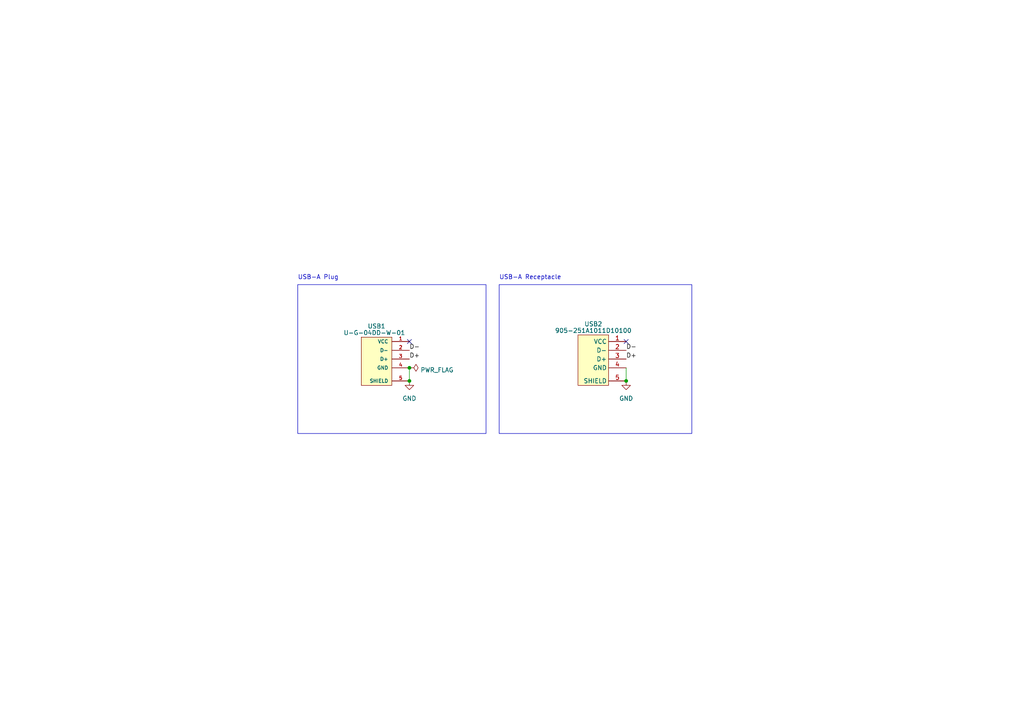
<source format=kicad_sch>
(kicad_sch (version 20230121) (generator eeschema)
  (paper "A4")
  (title_block (title "USB Power Blocker") (date "2023-03-20") (rev "1") (company "Spacehuhn Technologies") (comment 1 "Designed with <3 by Stefan"))
  (lib_symbols
    (symbol "_mykicadlib:USB-A_Plug_THT_U-USBAR04P-M001" (pin_names (offset 1.016))
      (property "Reference" "J1" (at -2.54 7.62 0))
      (property "Value" "U-USBAR04P-M001" (at 1.27 -8.89 0))
      (symbol "USB-A_Plug_THT_U-USBAR04P-M001_0_0"
        (rectangle (start -3.81 6.35) (end 5.08 -7.62) (fill (type background)))
        (pin power_in line (at 10.16 5.08 180) (length 5.08) (name "VCC") (number "1"))
        (pin bidirectional line (at 10.16 2.54 180) (length 5.08) (name "D-") (number "2"))
        (pin bidirectional line (at 10.16 0 180) (length 5.08) (name "D+") (number "3"))
        (pin power_in line (at 10.16 -2.54 180) (length 5.08) (name "GND") (number "4"))
        (pin passive line (at 10.16 -6.35 180) (length 5.08) (name "SHIELD") (number "5"))
      )
    )
    (symbol "_mykicadlib:USB-A_Receptacle_THT_905-251A1011D10100"
      (property "Reference" "USB2" (at 0 12.065 0))
      (property "Value" "905-251A1011D10100" (at 0 9.525 0))
      (symbol "USB-A_Receptacle_THT_905-251A1011D10100_0_1"
        (rectangle (start -4.445 7.62) (end 4.445 -6.985) (fill (type background)))
        (pin input line (at 9.525 5.715 180) (length 5.08) (name "VCC") (number "1"))
        (pin input line (at 9.525 3.175 180) (length 5.08) (name "D-") (number "2"))
        (pin input line (at 9.525 0.635 180) (length 5.08) (name "D+") (number "3"))
        (pin input line (at 9.525 -1.905 180) (length 5.08) (name "GND") (number "4"))
      )
      (symbol "USB-A_Receptacle_THT_905-251A1011D10100_1_1"
        (pin unspecified line (at 9.525 -5.715 180) (length 5.08) (name "SHIELD") (number "5"))
      )
    )
    (symbol "power:GND" (power) (pin_names (offset 0))
      (property "Value" "GND" (at 0 -3.81 0))
      (symbol "GND_0_1"
        (polyline (pts (xy 0 0) (xy 0 -1.27) (xy 1.27 -1.27) (xy 0 -2.54) (xy -1.27 -1.27) (xy 0 -1.27)))
      )
      (symbol "GND_1_1"
        (pin power_in line (at 0 0 270) (length 0) hide (name "GND") (number "1"))
      )
    )
    (symbol "power:PWR_FLAG" (power) (pin_numbers hide) (pin_names (offset 0) hide)
      (property "Value" "PWR_FLAG" (at 0 3.81 0))
      (symbol "PWR_FLAG_0_0"
        (pin power_out line (at 0 0 90) (length 0) (name "pwr") (number "1"))
      )
      (symbol "PWR_FLAG_0_1"
        (polyline (pts (xy 0 0) (xy 0 1.27) (xy -1.016 1.905) (xy 0 2.54) (xy 1.016 1.905) (xy 0 1.27)))
      )
    )
  )
  (junction (at 118.745 110.49))
  (junction (at 118.745 106.68))
  (junction (at 181.61 110.49))
  (no_connect (at 118.745 99.06))
  (no_connect (at 181.61 99.06))
  (wire (pts (xy 118.745 106.68) (xy 118.745 110.49)))
  (wire (pts (xy 181.61 106.68) (xy 181.61 110.49)))
  (rectangle (start 86.36 82.55) (end 140.97 125.73))
  (rectangle (start 144.78 82.55) (end 200.66 125.73))
  (text "USB-A Receptacle" (at 144.78 81.28 0) (effects (font (size 1.27 1.27)) (justify left bottom)))
  (text "USB-A Plug" (at 86.36 81.28 0) (effects (font (size 1.27 1.27)) (justify left bottom)))
  (label "D-" (at 181.61 101.6 0))
  (label "D+" (at 181.61 104.14 0))
  (label "D-" (at 118.745 101.6 0))
  (label "D+" (at 118.745 104.14 0))
  (symbol (lib_id "_mykicadlib:USB-A_Receptacle_THT_905-251A1011D10100") (at 172.085 104.775 0) (unit 1)
    (property "Reference" "USB2" (at 172.085 93.98 0))
    (property "Value" "905-251A1011D10100" (at 172.085 95.885 0))
    (property "Footprint" "_mykicadlib:USB-A_Receptacle_THT_USB-A-TH_USB-M-40" (effects hide))
    (property "Datasheet" "https://lcsc.com/product-detail/USB-Connectors_A-F90-PBTWhite-plastic-Not-high-temperature_C42615.html" (effects hide))
    (property "MPN" "C42615" (effects hide))
  )
  (symbol (lib_id "power:GND") (at 118.745 110.49 0) (unit 1)
    (property "Reference" "#PWR0101" (effects hide))
    (property "Value" "GND" (at 118.745 115.57 0))
  )
  (symbol (lib_id "power:PWR_FLAG") (at 118.745 106.68 270) (unit 1)
    (property "Reference" "#FLG02" (effects hide))
    (property "Value" "PWR_FLAG" (at 121.92 107.315 90) (effects (justify left)))
  )
  (symbol (lib_id "_mykicadlib:USB-A_Plug_THT_U-USBAR04P-M001") (at 108.585 104.14 0) (unit 1)
    (property "Reference" "USB1" (at 109.22 94.615 0))
    (property "Value" "U-G-04DD-W-01" (at 108.585 96.52 0))
    (property "Footprint" "_mykicadlib:USB-A_Plug_THT_U-USBAR04P-M001" (effects hide))
    (property "Datasheet" "https://datasheet.lcsc.com/lcsc/1811131820_Korean-Hroparts-Elec-U-G-O4DD-W-1_C98125.pdf" (effects hide))
    (property "Manufacturer" "韩国韩荣" (effects hide))
    (property "LCSC Part" "C98125" (effects hide))
    (property "Part#" "U-USBAR04P-M001" (effects hide))
    (property "MPN" "C386753" (effects hide))
  )
  (symbol (lib_id "power:GND") (at 181.61 110.49 0) (unit 1)
    (property "Reference" "#PWR0107" (effects hide))
    (property "Value" "GND" (at 181.61 115.57 0))
  )
)
</source>
